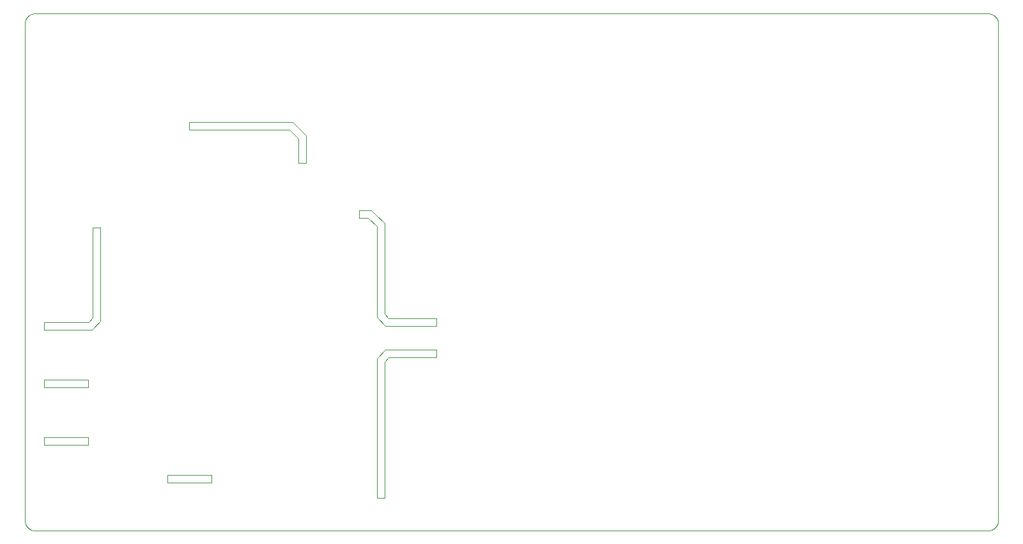
<source format=gko>
G75*
%MOIN*%
%OFA0B0*%
%FSLAX25Y25*%
%IPPOS*%
%LPD*%
%AMOC8*
5,1,8,0,0,1.08239X$1,22.5*
%
%ADD10C,0.00394*%
%ADD11C,0.00400*%
D10*
X0016261Y0020744D02*
X0513111Y0020744D01*
X0513258Y0020746D01*
X0513404Y0020752D01*
X0513551Y0020762D01*
X0513697Y0020775D01*
X0513843Y0020793D01*
X0513988Y0020814D01*
X0514132Y0020839D01*
X0514276Y0020869D01*
X0514419Y0020901D01*
X0514561Y0020938D01*
X0514702Y0020979D01*
X0514842Y0021023D01*
X0514981Y0021071D01*
X0515118Y0021122D01*
X0515254Y0021178D01*
X0515389Y0021237D01*
X0515521Y0021299D01*
X0515653Y0021365D01*
X0515782Y0021434D01*
X0515909Y0021507D01*
X0516035Y0021583D01*
X0516158Y0021663D01*
X0516279Y0021746D01*
X0516398Y0021831D01*
X0516515Y0021921D01*
X0516629Y0022013D01*
X0516741Y0022108D01*
X0516850Y0022206D01*
X0516956Y0022307D01*
X0517060Y0022411D01*
X0517161Y0022517D01*
X0517259Y0022626D01*
X0517354Y0022738D01*
X0517446Y0022852D01*
X0517536Y0022969D01*
X0517621Y0023088D01*
X0517704Y0023209D01*
X0517784Y0023332D01*
X0517860Y0023458D01*
X0517933Y0023585D01*
X0518002Y0023714D01*
X0518068Y0023846D01*
X0518130Y0023978D01*
X0518189Y0024113D01*
X0518245Y0024249D01*
X0518296Y0024386D01*
X0518344Y0024525D01*
X0518388Y0024665D01*
X0518429Y0024806D01*
X0518466Y0024948D01*
X0518498Y0025091D01*
X0518528Y0025235D01*
X0518553Y0025379D01*
X0518574Y0025524D01*
X0518592Y0025670D01*
X0518605Y0025816D01*
X0518615Y0025963D01*
X0518621Y0026109D01*
X0518623Y0026256D01*
X0518623Y0284917D01*
X0518621Y0285064D01*
X0518615Y0285210D01*
X0518605Y0285357D01*
X0518592Y0285503D01*
X0518574Y0285649D01*
X0518553Y0285794D01*
X0518528Y0285938D01*
X0518498Y0286082D01*
X0518466Y0286225D01*
X0518429Y0286367D01*
X0518388Y0286508D01*
X0518344Y0286648D01*
X0518296Y0286787D01*
X0518245Y0286924D01*
X0518189Y0287060D01*
X0518130Y0287195D01*
X0518068Y0287327D01*
X0518002Y0287459D01*
X0517933Y0287588D01*
X0517860Y0287715D01*
X0517784Y0287841D01*
X0517704Y0287964D01*
X0517621Y0288085D01*
X0517536Y0288204D01*
X0517446Y0288321D01*
X0517354Y0288435D01*
X0517259Y0288547D01*
X0517161Y0288656D01*
X0517060Y0288762D01*
X0516956Y0288866D01*
X0516850Y0288967D01*
X0516741Y0289065D01*
X0516629Y0289160D01*
X0516515Y0289252D01*
X0516398Y0289342D01*
X0516279Y0289427D01*
X0516158Y0289510D01*
X0516035Y0289590D01*
X0515909Y0289666D01*
X0515782Y0289739D01*
X0515653Y0289808D01*
X0515521Y0289874D01*
X0515389Y0289936D01*
X0515254Y0289995D01*
X0515118Y0290051D01*
X0514981Y0290102D01*
X0514842Y0290150D01*
X0514702Y0290194D01*
X0514561Y0290235D01*
X0514419Y0290272D01*
X0514276Y0290304D01*
X0514132Y0290334D01*
X0513988Y0290359D01*
X0513843Y0290380D01*
X0513697Y0290398D01*
X0513551Y0290411D01*
X0513404Y0290421D01*
X0513258Y0290427D01*
X0513111Y0290429D01*
X0016261Y0290429D01*
X0016114Y0290427D01*
X0015968Y0290421D01*
X0015821Y0290411D01*
X0015675Y0290398D01*
X0015529Y0290380D01*
X0015384Y0290359D01*
X0015240Y0290334D01*
X0015096Y0290304D01*
X0014953Y0290272D01*
X0014811Y0290235D01*
X0014670Y0290194D01*
X0014530Y0290150D01*
X0014391Y0290102D01*
X0014254Y0290051D01*
X0014118Y0289995D01*
X0013983Y0289936D01*
X0013851Y0289874D01*
X0013719Y0289808D01*
X0013590Y0289739D01*
X0013463Y0289666D01*
X0013337Y0289590D01*
X0013214Y0289510D01*
X0013093Y0289427D01*
X0012974Y0289342D01*
X0012857Y0289252D01*
X0012743Y0289160D01*
X0012631Y0289065D01*
X0012522Y0288967D01*
X0012416Y0288866D01*
X0012312Y0288762D01*
X0012211Y0288656D01*
X0012113Y0288547D01*
X0012018Y0288435D01*
X0011926Y0288321D01*
X0011836Y0288204D01*
X0011751Y0288085D01*
X0011668Y0287964D01*
X0011588Y0287841D01*
X0011512Y0287715D01*
X0011439Y0287588D01*
X0011370Y0287459D01*
X0011304Y0287327D01*
X0011242Y0287195D01*
X0011183Y0287060D01*
X0011127Y0286924D01*
X0011076Y0286787D01*
X0011028Y0286648D01*
X0010984Y0286508D01*
X0010943Y0286367D01*
X0010906Y0286225D01*
X0010874Y0286082D01*
X0010844Y0285938D01*
X0010819Y0285794D01*
X0010798Y0285649D01*
X0010780Y0285503D01*
X0010767Y0285357D01*
X0010757Y0285210D01*
X0010751Y0285064D01*
X0010749Y0284917D01*
X0010749Y0026256D01*
X0010751Y0026109D01*
X0010757Y0025963D01*
X0010767Y0025816D01*
X0010780Y0025670D01*
X0010798Y0025524D01*
X0010819Y0025379D01*
X0010844Y0025235D01*
X0010874Y0025091D01*
X0010906Y0024948D01*
X0010943Y0024806D01*
X0010984Y0024665D01*
X0011028Y0024525D01*
X0011076Y0024386D01*
X0011127Y0024249D01*
X0011183Y0024113D01*
X0011242Y0023978D01*
X0011304Y0023846D01*
X0011370Y0023714D01*
X0011439Y0023585D01*
X0011512Y0023458D01*
X0011588Y0023332D01*
X0011668Y0023209D01*
X0011751Y0023088D01*
X0011836Y0022969D01*
X0011926Y0022852D01*
X0012018Y0022738D01*
X0012113Y0022626D01*
X0012211Y0022517D01*
X0012312Y0022411D01*
X0012416Y0022307D01*
X0012522Y0022206D01*
X0012631Y0022108D01*
X0012743Y0022013D01*
X0012857Y0021921D01*
X0012974Y0021831D01*
X0013093Y0021746D01*
X0013214Y0021663D01*
X0013337Y0021583D01*
X0013463Y0021507D01*
X0013590Y0021434D01*
X0013719Y0021365D01*
X0013851Y0021299D01*
X0013983Y0021237D01*
X0014118Y0021178D01*
X0014254Y0021122D01*
X0014391Y0021071D01*
X0014530Y0021023D01*
X0014670Y0020979D01*
X0014811Y0020938D01*
X0014953Y0020901D01*
X0015096Y0020869D01*
X0015240Y0020839D01*
X0015384Y0020814D01*
X0015529Y0020793D01*
X0015675Y0020775D01*
X0015821Y0020762D01*
X0015968Y0020752D01*
X0016114Y0020746D01*
X0016261Y0020744D01*
D11*
X0085199Y0045681D02*
X0085199Y0049681D01*
X0108199Y0049681D01*
X0108199Y0045681D01*
X0085199Y0045681D01*
X0043749Y0065581D02*
X0043749Y0069581D01*
X0020749Y0069581D01*
X0020749Y0065581D01*
X0043749Y0065581D01*
X0043749Y0095531D02*
X0020749Y0095531D01*
X0020749Y0099531D01*
X0043749Y0099531D01*
X0043749Y0095531D01*
X0045849Y0125531D02*
X0020799Y0125531D01*
X0020799Y0129531D01*
X0044149Y0129531D01*
X0046299Y0131681D01*
X0046299Y0178781D01*
X0050299Y0178781D01*
X0050299Y0129981D01*
X0045849Y0125531D01*
X0047299Y0126981D02*
X0049449Y0129131D01*
X0185099Y0183831D02*
X0185099Y0187831D01*
X0191649Y0187831D01*
X0193899Y0185581D01*
X0193949Y0185531D02*
X0198399Y0181081D01*
X0198399Y0133731D01*
X0200549Y0131581D01*
X0225449Y0131581D01*
X0225449Y0127581D01*
X0198849Y0127581D01*
X0194399Y0132031D01*
X0194399Y0179381D01*
X0189949Y0183831D01*
X0185099Y0183831D01*
X0157399Y0212331D02*
X0153399Y0212331D01*
X0153399Y0225181D01*
X0148949Y0229631D01*
X0096599Y0229631D01*
X0096599Y0233631D01*
X0150649Y0233631D01*
X0152899Y0231381D01*
X0152949Y0231331D02*
X0157399Y0226881D01*
X0157399Y0212331D01*
X0198849Y0115031D02*
X0194399Y0110581D01*
X0194399Y0037681D01*
X0198399Y0037681D01*
X0198399Y0108881D01*
X0200549Y0111031D01*
X0225449Y0111031D01*
X0225449Y0115031D01*
X0198849Y0115031D01*
M02*

</source>
